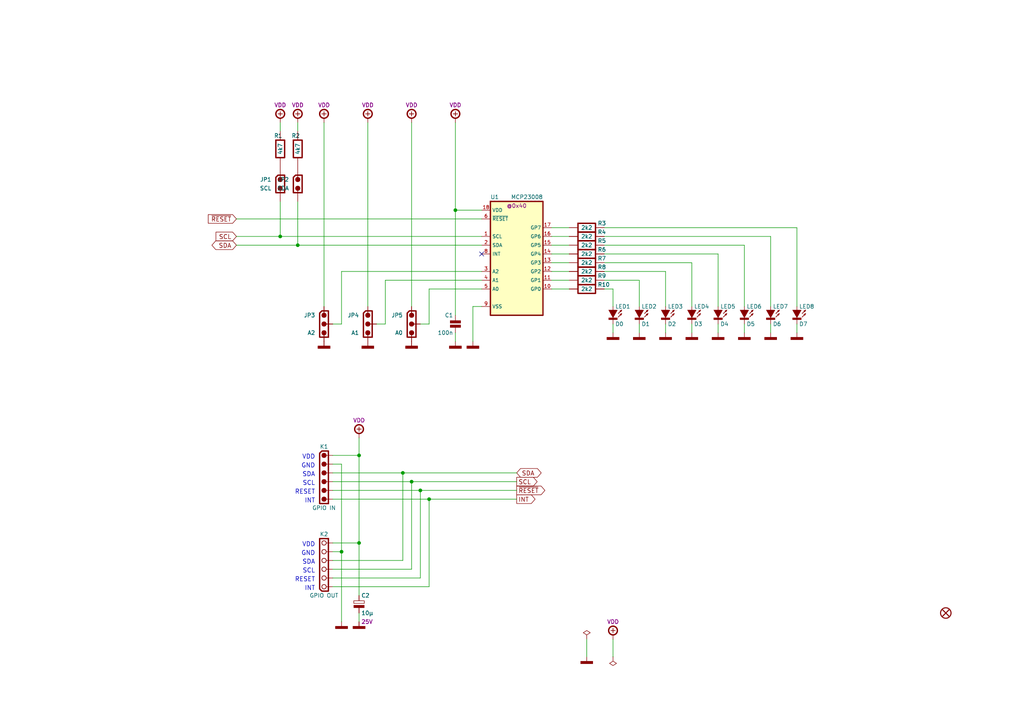
<source format=kicad_sch>
(kicad_sch (version 20250114) (generator "eeschema") (generator_version "9.0")
  (paper "A4")
  (title_block (title "GPIO - MCP23008-LED") (date "Q4/2024") (rev "A"))
  (lib_symbols
    (symbol "tronixio:+VDD" (power) (pin_numbers (hide yes)) (pin_names (offset 0) (hide yes))
      (property "Description" "VDD" (at 0 5.08 0))
      (symbol "+VDD_0_1"
        (polyline (pts (xy -0.635 2.54) (xy 0.635 2.54)) (stroke (width 0.2)))
        (circle (center 0 2.54) (radius 1.27) (stroke (width 0.4)))
        (polyline (pts (xy 0 1.905) (xy 0 3.175)) (stroke (width 0.2)))
      )
      (symbol "+VDD_1_1"
        (pin power_in line (at 0 0 90) (length 1.27) (name "~") (number "1"))
      )
    )
    (symbol "tronixio:3M-SJ5376" (pin_numbers (hide yes)) (pin_names (offset 0) (hide yes))
      (symbol "3M-SJ5376_0_1"
        (polyline (pts (xy -1.016 -1.016) (xy 1.016 1.016)) (stroke (width 0.3)))
        (circle (center 0 0) (radius 1.524) (stroke (width 0.3)))
        (polyline (pts (xy 1.016 -1.016) (xy -1.016 1.016)) (stroke (width 0.3)))
      )
    )
    (symbol "tronixio:CAPACITOR-1206-100N-50V-5P-X7R" (pin_numbers (hide yes)) (pin_names (offset 0) (hide yes))
      (property "Reference" "C" (at 0.635 2.54 0))
      (property "Value" "100n" (at 0.635 -2.54 0))
      (symbol "CAPACITOR-1206-100N-50V-5P-X7R_0_1"
        (rectangle (start -1.524 1.016) (end 1.524 0.254) (stroke (width 0.001)) (fill (type outline)))
        (rectangle (start -1.524 -0.254) (end 1.524 -1.016) (stroke (width 0.001)) (fill (type outline)))
      )
      (symbol "CAPACITOR-1206-100N-50V-5P-X7R_1_1"
        (pin passive line (at 0 2.54 270) (length 1.905) (name "~") (number "1"))
        (pin passive line (at 0 -2.54 90) (length 1.905) (name "~") (number "2"))
      )
    )
    (symbol "tronixio:CAPACITOR-TANTALUM-10U-25V-10P" (pin_numbers (hide yes)) (pin_names (offset 0) (hide yes))
      (property "Reference" "C" (at 0.635 2.54 0))
      (property "Value" "10µ" (at 0.635 -2.54 0))
      (property "Voltage" "25V" (at 0.635 -5.08 0))
      (symbol "CAPACITOR-TANTALUM-10U-25V-10P_0_1"
        (rectangle (start -1.524 1.016) (end 1.524 0.254) (stroke (width 0.1524)))
        (rectangle (start -1.524 -0.254) (end 1.524 -1.016) (stroke (width 0.001)) (fill (type outline)))
      )
      (symbol "CAPACITOR-TANTALUM-10U-25V-10P_1_1"
        (pin passive line (at 0 2.54 270) (length 1.5) (name "~") (number "1"))
        (pin passive line (at 0 -2.54 90) (length 1.905) (name "~") (number "2"))
      )
    )
    (symbol "tronixio:GND" (power) (pin_numbers (hide yes)) (pin_names (offset 0) (hide yes))
      (symbol "GND_0_1"
        (rectangle (start -1.778 -2.032) (end 1.778 -1.27) (stroke (width 0.001)) (fill (type outline)))
      )
      (symbol "GND_1_1"
        (pin power_in line (at 0 0 270) (length 1.27) (name "~") (number "1"))
      )
    )
    (symbol "tronixio:HARWIN-200-M-1X02-JUMPER-VERTICAL" (pin_numbers (hide yes)) (pin_names (offset 0) (hide yes))
      (property "Reference" "JP" (at 2.54 1.27 0))
      (property "Value" "HARWIN-200-M-1X02-JUMPER-VERTICAL" (at 2.54 -1.27 0))
      (symbol "HARWIN-200-M-1X02-JUMPER-VERTICAL_0_1"
        (polyline (pts (xy -1.27 -2.54) (xy 1.27 -2.54) (xy 1.27 1.905) (xy 0.635 2.54) (xy -1.27 2.54) (xy -1.27 -2.54)) (stroke (width 0.4)))
        (circle (center 0 1.27) (radius 0.635) (stroke (width 0.2)) (fill (type outline)))
        (circle (center 0 -1.27) (radius 0.635) (stroke (width 0.2)) (fill (type outline)))
      )
      (symbol "HARWIN-200-M-1X02-JUMPER-VERTICAL_1_1"
        (pin passive line (at 0 5.08 270) (length 3.175) (name "~") (number "1"))
        (pin passive line (at 0 -5.08 90) (length 3.175) (name "~") (number "2"))
      )
    )
    (symbol "tronixio:HARWIN-200-M-1X03-JUMPER-VERTICAL" (pin_numbers (hide yes)) (pin_names (offset 0) (hide yes))
      (property "Reference" "JP" (at 2.54 0 0))
      (property "Value" "M-1X03" (at 2.54 -5.08 0))
      (symbol "HARWIN-200-M-1X03-JUMPER-VERTICAL_0_1"
        (polyline (pts (xy -1.27 -6.35) (xy 1.27 -6.35) (xy 1.27 0.635) (xy 0.635 1.27) (xy -1.27 1.27) (xy -1.27 -6.35)) (stroke (width 0.4)))
        (circle (center 0 0) (radius 0.635) (stroke (width 0.2)) (fill (type outline)))
        (circle (center 0 -2.54) (radius 0.635) (stroke (width 0.2)) (fill (type outline)))
        (circle (center 0 -5.08) (radius 0.635) (stroke (width 0.2)) (fill (type outline)))
      )
      (symbol "HARWIN-200-M-1X03-JUMPER-VERTICAL_1_1"
        (pin passive line (at -2.54 -2.54 0) (length 1.905) (name "~") (number "2"))
        (pin passive line (at 0 2.54 270) (length 1.905) (name "~") (number "1"))
        (pin passive line (at 0 -7.62 90) (length 1.905) (name "~") (number "3"))
      )
    )
    (symbol "tronixio:HARWIN-254-M-1X06-RIGHT-ANGLE" (pin_numbers (hide yes)) (pin_names (offset 0) (hide yes))
      (property "Reference" "K" (at 0 2.54 0))
      (property "Value" "HARWIN-254-M-1X06-RIGHT-ANGLE" (at 0 -15.24 0))
      (symbol "HARWIN-254-M-1X06-RIGHT-ANGLE_0_1"
        (polyline (pts (xy -1.27 -13.97) (xy 1.27 -13.97) (xy 1.27 0.635) (xy 0.635 1.27) (xy -1.27 1.27) (xy -1.27 -13.97)) (stroke (width 0.4)))
        (circle (center 0 0) (radius 0.635) (stroke (width 0.2)) (fill (type outline)))
        (circle (center 0 -2.54) (radius 0.635) (stroke (width 0.2)) (fill (type outline)))
        (circle (center 0 -5.08) (radius 0.635) (stroke (width 0.2)) (fill (type outline)))
        (circle (center 0 -7.62) (radius 0.635) (stroke (width 0.2)) (fill (type outline)))
        (circle (center 0 -10.16) (radius 0.635) (stroke (width 0.2)) (fill (type outline)))
        (circle (center 0 -12.7) (radius 0.635) (stroke (width 0.2)) (fill (type outline)))
      )
      (symbol "HARWIN-254-M-1X06-RIGHT-ANGLE_1_1"
        (pin passive line (at -2.54 0 0) (length 1.905) (name "1") (number "1"))
        (pin passive line (at -2.54 -2.54 0) (length 1.905) (name "2") (number "2"))
        (pin passive line (at -2.54 -5.08 0) (length 1.905) (name "3") (number "3"))
        (pin passive line (at -2.54 -7.62 0) (length 1.905) (name "4") (number "4"))
        (pin passive line (at -2.54 -10.16 0) (length 1.905) (name "5") (number "5"))
        (pin passive line (at -2.54 -12.7 0) (length 1.905) (name "6") (number "6"))
      )
    )
    (symbol "tronixio:KINGBRIGHT-LED-1206-RED" (pin_numbers (hide yes)) (pin_names (offset 0) (hide yes))
      (property "Reference" "LED" (at 0 3.81 0))
      (property "Value" "RED" (at 0 -2.54 0))
      (symbol "KINGBRIGHT-LED-1206-RED_0_1"
        (rectangle (start -1.27 1.27) (end -0.762 -1.27) (stroke (width 0.001)) (fill (type outline)))
        (polyline (pts (xy -0.508 1.524) (xy 0.508 2.54) (xy 0.254 2.032) (xy 0 2.286) (xy 0.508 2.54)) (stroke (width 0.2)))
        (polyline (pts (xy 0.508 1.524) (xy 1.524 2.54) (xy 1.27 2.032) (xy 1.016 2.286) (xy 1.524 2.54)) (stroke (width 0.2)))
        (polyline (pts (xy 1.524 -1.27) (xy 1.524 1.27) (xy -0.762 0) (xy 1.524 -1.27)) (stroke (width 0.001)) (fill (type outline)))
      )
      (symbol "KINGBRIGHT-LED-1206-RED_1_1"
        (pin passive line (at -2.54 0 0) (length 1.27) (name "C") (number "1"))
        (pin passive line (at 2.54 0 180) (length 1.27) (name "A") (number "2"))
      )
    )
    (symbol "tronixio:MICROCHIP-MCP23008-SOIC" (pin_names (offset 0.5))
      (property "Reference" "U" (at 10.16 3.81 0))
      (property "Value" "MCP23008" (at 10.16 -31.75 0))
      (property "I2C" "@0x40" (at 10.16 1.27 0))
      (symbol "MICROCHIP-MCP23008-SOIC_0_1"
        (rectangle (start 2.54 2.54) (end 17.78 -30.48) (stroke (width 0.4)) (fill (type background)))
      )
      (symbol "MICROCHIP-MCP23008-SOIC_1_1"
        (pin power_in line (at 0 0 0) (length 2.54) (name "VDD") (number "18"))
        (pin input line (at 0 -2.54 0) (length 2.54) (name "~{RESET}") (number "6"))
        (pin input line (at 0 -7.62 0) (length 2.54) (name "SCL") (number "1"))
        (pin bidirectional line (at 0 -10.16 0) (length 2.54) (name "SDA") (number "2"))
        (pin output line (at 0 -12.7 0) (length 2.54) (name "INT") (number "8"))
        (pin input line (at 0 -17.78 0) (length 2.54) (name "A2") (number "3"))
        (pin input line (at 0 -20.32 0) (length 2.54) (name "A1") (number "4"))
        (pin input line (at 0 -22.86 0) (length 2.54) (name "A0") (number "5"))
        (pin no_connect line (at 0 -25.4 0) (length 2.54) (hide yes) (name "NC") (number "7"))
        (pin power_in line (at 0 -27.94 0) (length 2.54) (name "VSS") (number "9"))
        (pin bidirectional line (at 20.32 -5.08 180) (length 2.54) (name "GP7") (number "17"))
        (pin bidirectional line (at 20.32 -7.62 180) (length 2.54) (name "GP6") (number "16"))
        (pin bidirectional line (at 20.32 -10.16 180) (length 2.54) (name "GP5") (number "15"))
        (pin bidirectional line (at 20.32 -12.7 180) (length 2.54) (name "GP4") (number "14"))
        (pin bidirectional line (at 20.32 -15.24 180) (length 2.54) (name "GP3") (number "13"))
        (pin bidirectional line (at 20.32 -17.78 180) (length 2.54) (name "GP2") (number "12"))
        (pin bidirectional line (at 20.32 -20.32 180) (length 2.54) (name "GP1") (number "11"))
        (pin bidirectional line (at 20.32 -22.86 180) (length 2.54) (name "GP0") (number "10"))
      )
    )
    (symbol "tronixio:POWER-FLAG" (power) (pin_numbers (hide yes)) (pin_names (offset 0) (hide yes))
      (symbol "POWER-FLAG_0_0"
        (pin power_out line (at 0 0 90) (length 0) (name "pwr") (number "1"))
      )
      (symbol "POWER-FLAG_0_1"
        (polyline (pts (xy 0 0) (xy 0 1.27) (xy -1.016 1.905) (xy 0 2.54) (xy 1.016 1.905) (xy 0 1.27)))
      )
    )
    (symbol "tronixio:RESISTOR-1206-2K2-5P" (pin_numbers (hide yes)) (pin_names (offset 0) (hide yes))
      (property "Reference" "R" (at 0.635 3.81 0))
      (property "Value" "2k2" (at 0 0 90))
      (symbol "RESISTOR-1206-2K2-5P_0_1"
        (rectangle (start -1.27 -2.54) (end 1.27 2.54) (stroke (width 0.4)))
      )
      (symbol "RESISTOR-1206-2K2-5P_1_1"
        (pin passive line (at 0 5.08 270) (length 2.54) (name "~") (number "1"))
        (pin passive line (at 0 -5.08 90) (length 2.54) (name "~") (number "2"))
      )
    )
    (symbol "tronixio:RESISTOR-1206-4K7-5P" (pin_numbers (hide yes)) (pin_names (offset 0) (hide yes))
      (property "Reference" "R" (at 0.635 3.81 0))
      (property "Value" "4k7" (at 0 0 90))
      (symbol "RESISTOR-1206-4K7-5P_0_1"
        (rectangle (start -1.27 -2.54) (end 1.27 2.54) (stroke (width 0.4)))
      )
      (symbol "RESISTOR-1206-4K7-5P_1_1"
        (pin passive line (at 0 5.08 270) (length 2.54) (name "~") (number "1"))
        (pin passive line (at 0 -5.08 90) (length 2.54) (name "~") (number "2"))
      )
    )
    (symbol "tronixio:SAMTEC-254-F-1X06-RIGHT-ANGLE" (pin_numbers (hide yes)) (pin_names (offset 0) (hide yes))
      (property "Reference" "K" (at 0 2.54 0))
      (property "Value" "SAMTEC-SSW-106-02-T-S-RA" (at 0 -15.24 0))
      (symbol "SAMTEC-254-F-1X06-RIGHT-ANGLE_0_1"
        (polyline (pts (xy -1.27 -13.97) (xy 1.27 -13.97) (xy 1.27 0.635) (xy 0.635 1.27) (xy -1.27 1.27) (xy -1.27 -13.97)) (stroke (width 0.4)))
        (circle (center 0 0) (radius 0.635) (stroke (width 0.2)))
        (circle (center 0 -2.54) (radius 0.635) (stroke (width 0.2)))
        (circle (center 0 -5.08) (radius 0.635) (stroke (width 0.2)))
        (circle (center 0 -7.62) (radius 0.635) (stroke (width 0.2)))
        (circle (center 0 -10.16) (radius 0.635) (stroke (width 0.2)))
        (circle (center 0 -12.7) (radius 0.635) (stroke (width 0.2)))
      )
      (symbol "SAMTEC-254-F-1X06-RIGHT-ANGLE_1_1"
        (pin passive line (at -2.54 0 0) (length 1.905) (name "1") (number "1"))
        (pin passive line (at -2.54 -2.54 0) (length 1.905) (name "2") (number "2"))
        (pin passive line (at -2.54 -5.08 0) (length 1.905) (name "3") (number "3"))
        (pin passive line (at -2.54 -7.62 0) (length 1.905) (name "4") (number "4"))
        (pin passive line (at -2.54 -10.16 0) (length 1.905) (name "5") (number "5"))
        (pin passive line (at -2.54 -12.7 0) (length 1.905) (name "6") (number "6"))
      )
    )
  )
  (text "SCL" (at 91.44 166.37 0) (effects (font (size 1.27 1.27)) (justify right bottom)))
  (text "SCL" (at 91.44 140.97 0) (effects (font (size 1.27 1.27)) (justify right bottom)))
  (text "RESET" (at 91.44 168.91 0) (effects (font (size 1.27 1.27)) (justify right bottom)))
  (text "INT" (at 91.44 146.05 0) (effects (font (size 1.27 1.27)) (justify right bottom)))
  (text "GND" (at 91.44 161.29 0) (effects (font (size 1.27 1.27)) (justify right bottom)))
  (text "VDD" (at 91.44 133.35 0) (effects (font (size 1.27 1.27)) (justify right bottom)))
  (text "SDA" (at 91.44 138.43 0) (effects (font (size 1.27 1.27)) (justify right bottom)))
  (text "SDA" (at 91.44 163.83 0) (effects (font (size 1.27 1.27)) (justify right bottom)))
  (text "RESET" (at 91.44 143.51 0) (effects (font (size 1.27 1.27)) (justify right bottom)))
  (text "GND" (at 91.44 135.89 0) (effects (font (size 1.27 1.27)) (justify right bottom)))
  (text "INT" (at 91.44 171.45 0) (effects (font (size 1.27 1.27)) (justify right bottom)))
  (text "VDD" (at 91.44 158.75 0) (effects (font (size 1.27 1.27)) (justify right bottom)))
  (junction (at 86.36 71.12))
  (junction (at 104.14 157.48))
  (junction (at 119.38 139.7))
  (junction (at 132.08 60.96))
  (junction (at 116.84 137.16))
  (junction (at 104.14 132.08))
  (junction (at 121.92 142.24))
  (junction (at 81.28 68.58))
  (junction (at 124.46 144.78))
  (junction (at 99.06 160.02))
  (no_connect (at 139.7 73.66))
  (wire (pts (xy 96.52 93.98) (xy 99.06 93.98)))
  (wire (pts (xy 96.52 170.18) (xy 124.46 170.18)))
  (wire (pts (xy 111.76 93.98) (xy 111.76 81.28)))
  (wire (pts (xy 175.26 81.28) (xy 185.42 81.28)))
  (wire (pts (xy 68.58 63.5) (xy 139.7 63.5)))
  (wire (pts (xy 96.52 165.1) (xy 119.38 165.1)))
  (wire (pts (xy 137.16 88.9) (xy 137.16 99.06)))
  (wire (pts (xy 132.08 35.56) (xy 132.08 60.96)))
  (wire (pts (xy 68.58 68.58) (xy 81.28 68.58)))
  (wire (pts (xy 96.52 162.56) (xy 116.84 162.56)))
  (wire (pts (xy 111.76 81.28) (xy 139.7 81.28)))
  (wire (pts (xy 99.06 93.98) (xy 99.06 78.74)))
  (wire (pts (xy 177.8 185.42) (xy 177.8 190.5)))
  (wire (pts (xy 119.38 35.56) (xy 119.38 88.9)))
  (wire (pts (xy 223.52 96.52) (xy 223.52 93.98)))
  (wire (pts (xy 119.38 165.1) (xy 119.38 139.7)))
  (wire (pts (xy 86.36 35.56) (xy 86.36 38.1)))
  (wire (pts (xy 96.52 137.16) (xy 116.84 137.16)))
  (wire (pts (xy 99.06 78.74) (xy 139.7 78.74)))
  (wire (pts (xy 193.04 78.74) (xy 193.04 88.9)))
  (wire (pts (xy 81.28 58.42) (xy 81.28 68.58)))
  (wire (pts (xy 68.58 71.12) (xy 86.36 71.12)))
  (wire (pts (xy 193.04 96.52) (xy 193.04 93.98)))
  (wire (pts (xy 160.02 81.28) (xy 165.1 81.28)))
  (wire (pts (xy 175.26 71.12) (xy 215.9 71.12)))
  (wire (pts (xy 104.14 132.08) (xy 104.14 127)))
  (wire (pts (xy 160.02 66.04) (xy 165.1 66.04)))
  (wire (pts (xy 81.28 68.58) (xy 139.7 68.58)))
  (wire (pts (xy 132.08 60.96) (xy 132.08 91.44)))
  (wire (pts (xy 96.52 160.02) (xy 99.06 160.02)))
  (wire (pts (xy 185.42 81.28) (xy 185.42 88.9)))
  (wire (pts (xy 160.02 78.74) (xy 165.1 78.74)))
  (wire (pts (xy 200.66 76.2) (xy 200.66 88.9)))
  (wire (pts (xy 175.26 73.66) (xy 208.28 73.66)))
  (wire (pts (xy 121.92 142.24) (xy 149.86 142.24)))
  (wire (pts (xy 96.52 139.7) (xy 119.38 139.7)))
  (wire (pts (xy 96.52 157.48) (xy 104.14 157.48)))
  (wire (pts (xy 160.02 68.58) (xy 165.1 68.58)))
  (wire (pts (xy 104.14 180.34) (xy 104.14 177.8)))
  (wire (pts (xy 124.46 83.82) (xy 139.7 83.82)))
  (wire (pts (xy 185.42 96.52) (xy 185.42 93.98)))
  (wire (pts (xy 177.8 96.52) (xy 177.8 93.98)))
  (wire (pts (xy 215.9 71.12) (xy 215.9 88.9)))
  (wire (pts (xy 175.26 78.74) (xy 193.04 78.74)))
  (wire (pts (xy 175.26 66.04) (xy 231.14 66.04)))
  (wire (pts (xy 99.06 160.02) (xy 99.06 180.34)))
  (wire (pts (xy 106.68 35.56) (xy 106.68 88.9)))
  (wire (pts (xy 175.26 76.2) (xy 200.66 76.2)))
  (wire (pts (xy 119.38 139.7) (xy 149.86 139.7)))
  (wire (pts (xy 139.7 88.9) (xy 137.16 88.9)))
  (wire (pts (xy 96.52 132.08) (xy 104.14 132.08)))
  (wire (pts (xy 160.02 76.2) (xy 165.1 76.2)))
  (wire (pts (xy 208.28 96.52) (xy 208.28 93.98)))
  (wire (pts (xy 231.14 96.52) (xy 231.14 93.98)))
  (wire (pts (xy 104.14 132.08) (xy 104.14 157.48)))
  (wire (pts (xy 86.36 58.42) (xy 86.36 71.12)))
  (wire (pts (xy 116.84 137.16) (xy 149.86 137.16)))
  (wire (pts (xy 132.08 99.06) (xy 132.08 96.52)))
  (wire (pts (xy 99.06 134.62) (xy 99.06 160.02)))
  (wire (pts (xy 177.8 83.82) (xy 177.8 88.9)))
  (wire (pts (xy 109.22 93.98) (xy 111.76 93.98)))
  (wire (pts (xy 175.26 68.58) (xy 223.52 68.58)))
  (wire (pts (xy 160.02 71.12) (xy 165.1 71.12)))
  (wire (pts (xy 96.52 144.78) (xy 124.46 144.78)))
  (wire (pts (xy 81.28 35.56) (xy 81.28 38.1)))
  (wire (pts (xy 160.02 83.82) (xy 165.1 83.82)))
  (wire (pts (xy 124.46 170.18) (xy 124.46 144.78)))
  (wire (pts (xy 132.08 60.96) (xy 139.7 60.96)))
  (wire (pts (xy 208.28 73.66) (xy 208.28 88.9)))
  (wire (pts (xy 124.46 144.78) (xy 149.86 144.78)))
  (wire (pts (xy 223.52 68.58) (xy 223.52 88.9)))
  (wire (pts (xy 170.18 185.42) (xy 170.18 190.5)))
  (wire (pts (xy 200.66 96.52) (xy 200.66 93.98)))
  (wire (pts (xy 86.36 71.12) (xy 139.7 71.12)))
  (wire (pts (xy 231.14 66.04) (xy 231.14 88.9)))
  (wire (pts (xy 215.9 96.52) (xy 215.9 93.98)))
  (wire (pts (xy 96.52 167.64) (xy 121.92 167.64)))
  (wire (pts (xy 93.98 35.56) (xy 93.98 88.9)))
  (wire (pts (xy 124.46 93.98) (xy 124.46 83.82)))
  (wire (pts (xy 121.92 93.98) (xy 124.46 93.98)))
  (wire (pts (xy 175.26 83.82) (xy 177.8 83.82)))
  (wire (pts (xy 116.84 162.56) (xy 116.84 137.16)))
  (wire (pts (xy 96.52 142.24) (xy 121.92 142.24)))
  (wire (pts (xy 160.02 73.66) (xy 165.1 73.66)))
  (wire (pts (xy 121.92 167.64) (xy 121.92 142.24)))
  (wire (pts (xy 96.52 134.62) (xy 99.06 134.62)))
  (wire (pts (xy 104.14 157.48) (xy 104.14 172.72)))
  (global_label "SDA" (shape bidirectional) (at 149.86 137.16 0) (property "Intersheetrefs" "${INTERSHEET_REFS}" (effects (hide yes))))
  (global_label "SDA" (shape bidirectional) (at 68.58 71.12 180) (property "Intersheetrefs" "${INTERSHEET_REFS}" (effects (hide yes))))
  (global_label "~{RESET}" (shape output) (at 149.86 142.24 0) (property "Intersheetrefs" "${INTERSHEET_REFS}" (effects (hide yes))))
  (global_label "INT" (shape output) (at 149.86 144.78 0) (property "Intersheetrefs" "${INTERSHEET_REFS}" (effects (hide yes))))
  (global_label "SCL" (shape input) (at 68.58 68.58 180) (property "Intersheetrefs" "${INTERSHEET_REFS}" (effects (hide yes))))
  (global_label "~{RESET}" (shape input) (at 68.58 63.5 180) (property "Intersheetrefs" "${INTERSHEET_REFS}" (effects (hide yes))))
  (global_label "SCL" (shape output) (at 149.86 139.7 0) (property "Intersheetrefs" "${INTERSHEET_REFS}" (effects (hide yes))))
  (symbol (lib_id "tronixio:GND") (at 93.98 99.06 0) (unit 1)
    (property "Reference" "#PWR015" (effects (hide yes)))
    (property "Value" "POWER-GND" (effects (hide yes)))
    (property "Description" "GND" (effects (hide yes)))
  )
  (symbol (lib_id "tronixio:SAMTEC-254-F-1X06-RIGHT-ANGLE") (at 93.98 170.18 180) (unit 1)
    (property "Reference" "K2" (at 93.98 154.94 0) (effects (font (size 1.15 1.15))))
    (property "Value" "GPIO OUT" (at 93.98 172.72 0) (effects (font (size 1.15 1.15))))
    (property "Footprint" "tronixio:SAMTEC-SSW-106-02-T-S-RA" (effects (hide yes)))
    (property "Datasheet" "http://suddendocs.samtec.com/catalog_english/ssw_th.pdf" (effects (hide yes)))
    (property "Mouser" "200-SSW10603TSRA" (effects (hide yes)))
    (property "Name" "SAMTEC-SSW-106-02-T-S-RA" (effects (hide yes)))
  )
  (symbol (lib_id "tronixio:GND") (at 104.14 180.34 0) (unit 1)
    (property "Reference" "#PWR022" (effects (hide yes)))
    (property "Value" "POWER-GND" (effects (hide yes)))
    (property "Description" "GND" (effects (hide yes)))
  )
  (symbol (lib_id "tronixio:+VDD") (at 106.68 35.56 0) (unit 1)
    (property "Reference" "#PWR04" (effects (hide yes)))
    (property "Value" "POWER-VBAT" (effects (hide yes)))
    (property "Description" "VDD" (at 106.68 30.48 0) (effects (font (size 1.15 1.15))))
    (property "Name" "VDD" (at 106.68 30.48 0) (effects (font (size 1.15 1.15))))
  )
  (symbol (lib_id "tronixio:RESISTOR-1206-2K2-5P") (at 170.18 68.58 90) (unit 1)
    (property "Reference" "R4" (at 173.355 67.31 90) (effects (font (size 1.15 1.15)) (justify right)))
    (property "Value" "2k2" (at 170.18 68.58 90) (effects (font (size 1.15 1.15))))
    (property "Footprint" "tronixio:RESISTOR-SMD-1206" (effects (hide yes)))
    (property "Description" "Resistor" (effects (hide yes)))
    (property "Tolerance" "5%" (effects (hide yes)))
    (property "Mouser" "660-RK73B2BTTDD222J" (effects (hide yes)))
  )
  (symbol (lib_id "tronixio:RESISTOR-1206-2K2-5P") (at 170.18 73.66 90) (unit 1)
    (property "Reference" "R6" (at 173.355 72.39 90) (effects (font (size 1.15 1.15)) (justify right)))
    (property "Value" "2k2" (at 170.18 73.66 90) (effects (font (size 1.15 1.15))))
    (property "Footprint" "tronixio:RESISTOR-SMD-1206" (effects (hide yes)))
    (property "Description" "Resistor" (effects (hide yes)))
    (property "Tolerance" "5%" (effects (hide yes)))
    (property "Mouser" "660-RK73B2BTTDD222J" (effects (hide yes)))
  )
  (symbol (lib_id "tronixio:HARWIN-200-M-1X02-JUMPER-VERTICAL") (at 86.36 53.34 0) (mirror y) (unit 1)
    (property "Reference" "JP2" (at 83.82 52.07 0) (effects (font (size 1.15 1.15)) (justify left)))
    (property "Value" "SDA" (at 83.82 54.61 0) (effects (font (size 1.15 1.15)) (justify left)))
    (property "Footprint" "tronixio:HARWIN-M22-25102xx" (effects (hide yes)))
    (property "Datasheet" "https://www.harwin.com/products/M22-2510246/" (effects (hide yes)))
    (property "Description" "M22 Series - 2.00mm Pitch PCB Connector" (effects (hide yes)))
    (property "Mouser" "855-M22-25102" (effects (hide yes)))
  )
  (symbol (lib_id "tronixio:GND") (at 223.52 96.52 0) (unit 1)
    (property "Reference" "#PWR013" (effects (hide yes)))
    (property "Value" "POWER-GND" (effects (hide yes)))
    (property "Description" "GND" (effects (hide yes)))
  )
  (symbol (lib_id "tronixio:HARWIN-200-M-1X03-JUMPER-VERTICAL") (at 93.98 91.44 0) (mirror y) (unit 1)
    (property "Reference" "JP3" (at 91.44 91.44 0) (effects (font (size 1.15 1.15)) (justify left)))
    (property "Value" "A2" (at 91.44 96.52 0) (effects (font (size 1.15 1.15)) (justify left)))
    (property "Footprint" "tronixio:HARWIN-M22-25103xx" (effects (hide yes)))
    (property "Datasheet" "https://www.harwin.com/products/M22-2510346/" (effects (hide yes)))
    (property "Description" "M22 Series - 2.00mm Pitch PCB Connector" (effects (hide yes)))
    (property "Mouser" "855-M22-25103" (effects (hide yes)))
  )
  (symbol (lib_id "tronixio:+VDD") (at 81.28 35.56 0) (unit 1)
    (property "Reference" "#PWR01" (effects (hide yes)))
    (property "Value" "POWER-VBAT" (effects (hide yes)))
    (property "Description" "VDD" (at 81.28 30.48 0) (effects (font (size 1.15 1.15))))
    (property "Name" "VDD" (at 81.28 30.48 0) (effects (font (size 1.15 1.15))))
  )
  (symbol (lib_id "tronixio:RESISTOR-1206-2K2-5P") (at 170.18 66.04 90) (unit 1)
    (property "Reference" "R3" (at 173.355 64.77 90) (effects (font (size 1.15 1.15)) (justify right)))
    (property "Value" "2k2" (at 170.18 66.04 90) (effects (font (size 1.15 1.15))))
    (property "Footprint" "tronixio:RESISTOR-SMD-1206" (effects (hide yes)))
    (property "Description" "Resistor" (effects (hide yes)))
    (property "Tolerance" "5%" (effects (hide yes)))
    (property "Mouser" "660-RK73B2BTTDD222J" (effects (hide yes)))
  )
  (symbol (lib_id "tronixio:RESISTOR-1206-2K2-5P") (at 170.18 81.28 90) (unit 1)
    (property "Reference" "R9" (at 173.355 80.01 90) (effects (font (size 1.15 1.15)) (justify right)))
    (property "Value" "2k2" (at 170.18 81.28 90) (effects (font (size 1.15 1.15))))
    (property "Footprint" "tronixio:RESISTOR-SMD-1206" (effects (hide yes)))
    (property "Description" "Resistor" (effects (hide yes)))
    (property "Tolerance" "5%" (effects (hide yes)))
    (property "Mouser" "660-RK73B2BTTDD222J" (effects (hide yes)))
  )
  (symbol (lib_id "tronixio:GND") (at 106.68 99.06 0) (unit 1)
    (property "Reference" "#PWR016" (effects (hide yes)))
    (property "Value" "POWER-GND" (effects (hide yes)))
    (property "Description" "GND" (effects (hide yes)))
  )
  (symbol (lib_id "tronixio:GND") (at 193.04 96.52 0) (unit 1)
    (property "Reference" "#PWR09" (effects (hide yes)))
    (property "Value" "POWER-GND" (effects (hide yes)))
    (property "Description" "GND" (effects (hide yes)))
  )
  (symbol (lib_id "tronixio:POWER-FLAG") (at 170.18 185.42 0) (unit 1)
    (property "Reference" "#FLG01" (effects (hide yes)))
    (property "Value" "POWER-FLAG" (effects (hide yes)))
    (property "Description" "Special symbol for telling ERC where power comes from" (effects (hide yes)))
  )
  (symbol (lib_id "tronixio:POWER-FLAG") (at 177.8 190.5 180) (unit 1)
    (property "Reference" "#FLG02" (effects (hide yes)))
    (property "Value" "POWER-FLAG" (effects (hide yes)))
    (property "Description" "Special symbol for telling ERC where power comes from" (effects (hide yes)))
  )
  (symbol (lib_id "tronixio:KINGBRIGHT-LED-1206-RED") (at 200.66 91.44 270) (mirror x) (unit 1)
    (property "Reference" "LED4" (at 201.295 88.9 90) (effects (font (size 1.15 1.15)) (justify left)))
    (property "Value" "D3" (at 201.295 93.98 90) (effects (font (size 1.15 1.15)) (justify left)))
    (property "Footprint" "tronixio:LED-SMD-1206" (effects (hide yes)))
    (property "Datasheet" "http://www.kingbrightusa.com/images/catalog/SPEC/APT3216LSECK-J3-PRV.pdf" (effects (hide yes)))
    (property "Description" "Light Emitting Diode" (effects (hide yes)))
    (property "Mouser" "604-APT3216LSECKJ3RV" (effects (hide yes)))
    (property "Name" "KINGBRIGHT-LED-1206-RED" (effects (hide yes)))
  )
  (symbol (lib_id "tronixio:KINGBRIGHT-LED-1206-RED") (at 177.8 91.44 270) (mirror x) (unit 1)
    (property "Reference" "LED1" (at 178.435 88.9 90) (effects (font (size 1.15 1.15)) (justify left)))
    (property "Value" "D0" (at 178.435 93.98 90) (effects (font (size 1.15 1.15)) (justify left)))
    (property "Footprint" "tronixio:LED-SMD-1206" (effects (hide yes)))
    (property "Datasheet" "http://www.kingbrightusa.com/images/catalog/SPEC/APT3216LSECK-J3-PRV.pdf" (effects (hide yes)))
    (property "Description" "Light Emitting Diode" (effects (hide yes)))
    (property "Mouser" "604-APT3216LSECKJ3RV" (effects (hide yes)))
    (property "Name" "KINGBRIGHT-LED-1206-RED" (effects (hide yes)))
  )
  (symbol (lib_id "tronixio:MICROCHIP-MCP23008-SOIC") (at 139.7 60.96 0) (unit 1)
    (property "Reference" "U1" (at 142.24 57.15 0) (effects (font (size 1.15 1.15)) (justify left)))
    (property "Value" "MCP23008" (at 157.48 57.15 0) (effects (font (size 1.15 1.15)) (justify right)))
    (property "Footprint" "tronixio:SOIC-18W" (effects (hide yes)))
    (property "Datasheet" "https://www.microchip.com/en-us/product/mcp23008" (effects (hide yes)))
    (property "Description" "8-Bit I/O Expander with Serial Interface" (effects (hide yes)))
    (property "Mouser" "579-MCP23008-E/SO" (effects (hide yes)))
    (property "I2C" "@0x40" (at 149.86 59.69 0) (effects (font (size 1.15 1.15))))
  )
  (symbol (lib_id "tronixio:GND") (at 185.42 96.52 0) (unit 1)
    (property "Reference" "#PWR08" (effects (hide yes)))
    (property "Value" "POWER-GND" (effects (hide yes)))
    (property "Description" "GND" (effects (hide yes)))
  )
  (symbol (lib_id "tronixio:+VDD") (at 132.08 35.56 0) (unit 1)
    (property "Reference" "#PWR06" (effects (hide yes)))
    (property "Value" "POWER-VBAT" (effects (hide yes)))
    (property "Description" "VDD" (at 132.08 30.48 0) (effects (font (size 1.15 1.15))))
    (property "Name" "VDD" (at 132.08 30.48 0) (effects (font (size 1.15 1.15))))
  )
  (symbol (lib_id "tronixio:RESISTOR-1206-2K2-5P") (at 170.18 78.74 90) (unit 1)
    (property "Reference" "R8" (at 173.355 77.47 90) (effects (font (size 1.15 1.15)) (justify right)))
    (property "Value" "2k2" (at 170.18 78.74 90) (effects (font (size 1.15 1.15))))
    (property "Footprint" "tronixio:RESISTOR-SMD-1206" (effects (hide yes)))
    (property "Description" "Resistor" (effects (hide yes)))
    (property "Tolerance" "5%" (effects (hide yes)))
    (property "Mouser" "660-RK73B2BTTDD222J" (effects (hide yes)))
  )
  (symbol (lib_id "tronixio:KINGBRIGHT-LED-1206-RED") (at 185.42 91.44 270) (mirror x) (unit 1)
    (property "Reference" "LED2" (at 186.055 88.9 90) (effects (font (size 1.15 1.15)) (justify left)))
    (property "Value" "D1" (at 186.055 93.98 90) (effects (font (size 1.15 1.15)) (justify left)))
    (property "Footprint" "tronixio:LED-SMD-1206" (effects (hide yes)))
    (property "Datasheet" "http://www.kingbrightusa.com/images/catalog/SPEC/APT3216LSECK-J3-PRV.pdf" (effects (hide yes)))
    (property "Description" "Light Emitting Diode" (effects (hide yes)))
    (property "Mouser" "604-APT3216LSECKJ3RV" (effects (hide yes)))
    (property "Name" "KINGBRIGHT-LED-1206-RED" (effects (hide yes)))
  )
  (symbol (lib_id "tronixio:RESISTOR-1206-4K7-5P") (at 81.28 43.18 0) (unit 1)
    (property "Reference" "R1" (at 81.915 39.37 0) (effects (font (size 1.15 1.15)) (justify right)))
    (property "Value" "4k7" (at 81.28 43.18 90) (effects (font (size 1.15 1.15))))
    (property "Footprint" "tronixio:RESISTOR-SMD-1206" (effects (hide yes)))
    (property "Description" "Resistor" (effects (hide yes)))
    (property "Tolerance" "5%" (effects (hide yes)))
    (property "Mouser" "660-RK73B2BTTDD472J" (effects (hide yes)))
  )
  (symbol (lib_id "tronixio:GND") (at 231.14 96.52 0) (unit 1)
    (property "Reference" "#PWR014" (effects (hide yes)))
    (property "Value" "POWER-GND" (effects (hide yes)))
    (property "Description" "GND" (effects (hide yes)))
  )
  (symbol (lib_id "tronixio:HARWIN-200-M-1X03-JUMPER-VERTICAL") (at 106.68 91.44 0) (mirror y) (unit 1)
    (property "Reference" "JP4" (at 104.14 91.44 0) (effects (font (size 1.15 1.15)) (justify left)))
    (property "Value" "A1" (at 104.14 96.52 0) (effects (font (size 1.15 1.15)) (justify left)))
    (property "Footprint" "tronixio:HARWIN-M22-25103xx" (effects (hide yes)))
    (property "Datasheet" "https://www.harwin.com/products/M22-2510346/" (effects (hide yes)))
    (property "Description" "M22 Series - 2.00mm Pitch PCB Connector" (effects (hide yes)))
    (property "Mouser" "855-M22-25103" (effects (hide yes)))
  )
  (symbol (lib_id "tronixio:KINGBRIGHT-LED-1206-RED") (at 215.9 91.44 270) (mirror x) (unit 1)
    (property "Reference" "LED6" (at 216.535 88.9 90) (effects (font (size 1.15 1.15)) (justify left)))
    (property "Value" "D5" (at 216.535 93.98 90) (effects (font (size 1.15 1.15)) (justify left)))
    (property "Footprint" "tronixio:LED-SMD-1206" (effects (hide yes)))
    (property "Datasheet" "http://www.kingbrightusa.com/images/catalog/SPEC/APT3216LSECK-J3-PRV.pdf" (effects (hide yes)))
    (property "Description" "Light Emitting Diode" (effects (hide yes)))
    (property "Mouser" "604-APT3216LSECKJ3RV" (effects (hide yes)))
    (property "Name" "KINGBRIGHT-LED-1206-RED" (effects (hide yes)))
  )
  (symbol (lib_id "tronixio:RESISTOR-1206-2K2-5P") (at 170.18 76.2 90) (unit 1)
    (property "Reference" "R7" (at 173.355 74.93 90) (effects (font (size 1.15 1.15)) (justify right)))
    (property "Value" "2k2" (at 170.18 76.2 90) (effects (font (size 1.15 1.15))))
    (property "Footprint" "tronixio:RESISTOR-SMD-1206" (effects (hide yes)))
    (property "Description" "Resistor" (effects (hide yes)))
    (property "Tolerance" "5%" (effects (hide yes)))
    (property "Mouser" "660-RK73B2BTTDD222J" (effects (hide yes)))
  )
  (symbol (lib_id "tronixio:+VDD") (at 86.36 35.56 0) (unit 1)
    (property "Reference" "#PWR02" (effects (hide yes)))
    (property "Value" "POWER-VBAT" (effects (hide yes)))
    (property "Description" "VDD" (at 86.36 30.48 0) (effects (font (size 1.15 1.15))))
    (property "Name" "VDD" (at 86.36 30.48 0) (effects (font (size 1.15 1.15))))
  )
  (symbol (lib_id "tronixio:CAPACITOR-1206-100N-50V-5P-X7R") (at 132.08 93.98 0) (unit 1)
    (property "Reference" "C1" (at 131.445 91.44 0) (effects (font (size 1.15 1.15)) (justify right)))
    (property "Value" "100n" (at 131.445 96.52 0) (effects (font (size 1.15 1.15)) (justify right)))
    (property "Footprint" "tronixio:CAPACITOR-SMD-1206" (effects (hide yes)))
    (property "Datasheet" "https://content.kemet.com/datasheets/KEM_C1090_X7R_ESD.pdf" (effects (hide yes)))
    (property "Description" "Unpolarized Capacitor" (effects (hide yes)))
    (property "Voltage" "50V" (effects (hide yes)))
    (property "Tolerance" "5%" (effects (hide yes)))
    (property "Mouser" "80-C1206C104J5R" (effects (hide yes)))
    (property "Name" "CAPACITOR-1206-100N" (effects (hide yes)))
  )
  (symbol (lib_id "tronixio:GND") (at 215.9 96.52 0) (unit 1)
    (property "Reference" "#PWR012" (effects (hide yes)))
    (property "Value" "POWER-GND" (effects (hide yes)))
    (property "Description" "GND" (effects (hide yes)))
  )
  (symbol (lib_id "tronixio:HARWIN-200-M-1X03-JUMPER-VERTICAL") (at 119.38 91.44 0) (mirror y) (unit 1)
    (property "Reference" "JP5" (at 116.84 91.44 0) (effects (font (size 1.15 1.15)) (justify left)))
    (property "Value" "A0" (at 116.84 96.52 0) (effects (font (size 1.15 1.15)) (justify left)))
    (property "Footprint" "tronixio:HARWIN-M22-25103xx" (effects (hide yes)))
    (property "Datasheet" "https://www.harwin.com/products/M22-2510346/" (effects (hide yes)))
    (property "Description" "M22 Series - 2.00mm Pitch PCB Connector" (effects (hide yes)))
    (property "Mouser" "855-M22-25103" (effects (hide yes)))
  )
  (symbol (lib_id "tronixio:RESISTOR-1206-2K2-5P") (at 170.18 71.12 90) (unit 1)
    (property "Reference" "R5" (at 173.355 69.85 90) (effects (font (size 1.15 1.15)) (justify right)))
    (property "Value" "2k2" (at 170.18 71.12 90) (effects (font (size 1.15 1.15))))
    (property "Footprint" "tronixio:RESISTOR-SMD-1206" (effects (hide yes)))
    (property "Description" "Resistor" (effects (hide yes)))
    (property "Tolerance" "5%" (effects (hide yes)))
    (property "Mouser" "660-RK73B2BTTDD222J" (effects (hide yes)))
  )
  (symbol (lib_id "tronixio:KINGBRIGHT-LED-1206-RED") (at 231.14 91.44 270) (mirror x) (unit 1)
    (property "Reference" "LED8" (at 231.775 88.9 90) (effects (font (size 1.15 1.15)) (justify left)))
    (property "Value" "D7" (at 231.775 93.98 90) (effects (font (size 1.15 1.15)) (justify left)))
    (property "Footprint" "tronixio:LED-SMD-1206" (effects (hide yes)))
    (property "Datasheet" "http://www.kingbrightusa.com/images/catalog/SPEC/APT3216LSECK-J3-PRV.pdf" (effects (hide yes)))
    (property "Description" "Light Emitting Diode" (effects (hide yes)))
    (property "Mouser" "604-APT3216LSECKJ3RV" (effects (hide yes)))
    (property "Name" "KINGBRIGHT-LED-1206-RED" (effects (hide yes)))
  )
  (symbol (lib_id "tronixio:GND") (at 119.38 99.06 0) (unit 1)
    (property "Reference" "#PWR017" (effects (hide yes)))
    (property "Value" "POWER-GND" (effects (hide yes)))
    (property "Description" "GND" (effects (hide yes)))
  )
  (symbol (lib_id "tronixio:HARWIN-200-M-1X02-JUMPER-VERTICAL") (at 81.28 53.34 0) (mirror y) (unit 1)
    (property "Reference" "JP1" (at 78.74 52.07 0) (effects (font (size 1.15 1.15)) (justify left)))
    (property "Value" "SCL" (at 78.74 54.61 0) (effects (font (size 1.15 1.15)) (justify left)))
    (property "Footprint" "tronixio:HARWIN-M22-25102xx" (effects (hide yes)))
    (property "Datasheet" "https://www.harwin.com/products/M22-2510246/" (effects (hide yes)))
    (property "Description" "M22 Series - 2.00mm Pitch PCB Connector" (effects (hide yes)))
    (property "Mouser" "855-M22-25102" (effects (hide yes)))
  )
  (symbol (lib_id "tronixio:HARWIN-254-M-1X06-RIGHT-ANGLE") (at 93.98 132.08 0) (mirror y) (unit 1)
    (property "Reference" "K1" (at 93.98 129.54 0) (effects (font (size 1.15 1.15))))
    (property "Value" "GPIO IN" (at 93.98 147.32 0) (effects (font (size 1.15 1.15))))
    (property "Footprint" "tronixio:HARWIN-M20-975064x" (effects (hide yes)))
    (property "Datasheet" "https://www.harwin.com/products/M20-9750646/" (effects (hide yes)))
    (property "Description" "M20 Series - 2.54mm Pitch PCB Connector" (effects (hide yes)))
    (property "Mouser" "855-M20-975064" (effects (hide yes)))
    (property "Name" "HARWIN-254-M-1X06-RIGHT-ANGLE" (effects (hide yes)))
  )
  (symbol (lib_id "tronixio:GND") (at 208.28 96.52 0) (unit 1)
    (property "Reference" "#PWR011" (effects (hide yes)))
    (property "Value" "POWER-GND" (effects (hide yes)))
    (property "Description" "GND" (effects (hide yes)))
  )
  (symbol (lib_id "tronixio:CAPACITOR-TANTALUM-10U-25V-10P") (at 104.14 175.26 0) (unit 1)
    (property "Reference" "C2" (at 104.775 172.72 0) (effects (font (size 1.15 1.15)) (justify left)))
    (property "Value" "10µ" (at 104.775 177.8 0) (effects (font (size 1.15 1.15)) (justify left)))
    (property "Footprint" "tronixio:CAPACITOR-SMD-CASE-B" (effects (hide yes)))
    (property "Datasheet" "https://www.vishay.com/docs/40002/293d.pdf" (effects (hide yes)))
    (property "Description" "Polarized Capacitor" (effects (hide yes)))
    (property "Voltage" "25V" (at 104.775 180.34 0) (effects (font (size 1.15 1.15)) (justify left)))
    (property "Tolerance" "10%" (effects (hide yes)))
    (property "Mouser" "74-293D106X9025B2TE3" (effects (hide yes)))
  )
  (symbol (lib_id "tronixio:+VDD") (at 104.14 127 0) (unit 1)
    (property "Reference" "#PWR020" (effects (hide yes)))
    (property "Value" "POWER-VBAT" (effects (hide yes)))
    (property "Description" "VDD" (at 104.14 121.92 0) (effects (font (size 1.15 1.15))))
    (property "Name" "VDD" (at 104.14 121.92 0) (effects (font (size 1.15 1.15))))
  )
  (symbol (lib_id "tronixio:3M-SJ5376") (at 274.32 177.8 0) (unit 1)
    (property "Reference" "U2" (effects (hide yes)))
    (property "Value" "3M-SJ5376" (effects (hide yes)))
    (property "Footprint" "tronixio:3M-SJ5376" (effects (hide yes)))
    (property "Datasheet" "https://multimedia.3m.com/mws/media/743845O/sjxx76-pdf.pdf" (effects (hide yes)))
    (property "Mouser" "517-SJ5376" (effects (hide yes)))
  )
  (symbol (lib_id "tronixio:GND") (at 137.16 99.06 0) (unit 1)
    (property "Reference" "#PWR019" (effects (hide yes)))
    (property "Value" "POWER-GND" (effects (hide yes)))
    (property "Description" "GND" (effects (hide yes)))
  )
  (symbol (lib_id "tronixio:KINGBRIGHT-LED-1206-RED") (at 208.28 91.44 270) (mirror x) (unit 1)
    (property "Reference" "LED5" (at 208.915 88.9 90) (effects (font (size 1.15 1.15)) (justify left)))
    (property "Value" "D4" (at 208.915 93.98 90) (effects (font (size 1.15 1.15)) (justify left)))
    (property "Footprint" "tronixio:LED-SMD-1206" (effects (hide yes)))
    (property "Datasheet" "http://www.kingbrightusa.com/images/catalog/SPEC/APT3216LSECK-J3-PRV.pdf" (effects (hide yes)))
    (property "Description" "Light Emitting Diode" (effects (hide yes)))
    (property "Mouser" "604-APT3216LSECKJ3RV" (effects (hide yes)))
    (property "Name" "KINGBRIGHT-LED-1206-RED" (effects (hide yes)))
  )
  (symbol (lib_id "tronixio:GND") (at 170.18 190.5 0) (unit 1)
    (property "Reference" "#PWR024" (effects (hide yes)))
    (property "Value" "POWER-GND" (effects (hide yes)))
    (property "Description" "GND" (effects (hide yes)))
  )
  (symbol (lib_id "tronixio:+VDD") (at 119.38 35.56 0) (unit 1)
    (property "Reference" "#PWR05" (effects (hide yes)))
    (property "Value" "POWER-VBAT" (effects (hide yes)))
    (property "Description" "VDD" (at 119.38 30.48 0) (effects (font (size 1.15 1.15))))
    (property "Name" "VDD" (at 119.38 30.48 0) (effects (font (size 1.15 1.15))))
  )
  (symbol (lib_id "tronixio:KINGBRIGHT-LED-1206-RED") (at 223.52 91.44 270) (mirror x) (unit 1)
    (property "Reference" "LED7" (at 224.155 88.9 90) (effects (font (size 1.15 1.15)) (justify left)))
    (property "Value" "D6" (at 224.155 93.98 90) (effects (font (size 1.15 1.15)) (justify left)))
    (property "Footprint" "tronixio:LED-SMD-1206" (effects (hide yes)))
    (property "Datasheet" "http://www.kingbrightusa.com/images/catalog/SPEC/APT3216LSECK-J3-PRV.pdf" (effects (hide yes)))
    (property "Description" "Light Emitting Diode" (effects (hide yes)))
    (property "Mouser" "604-APT3216LSECKJ3RV" (effects (hide yes)))
    (property "Name" "KINGBRIGHT-LED-1206-RED" (effects (hide yes)))
  )
  (symbol (lib_id "tronixio:RESISTOR-1206-2K2-5P") (at 170.18 83.82 90) (unit 1)
    (property "Reference" "R10" (at 173.355 82.55 90) (effects (font (size 1.15 1.15)) (justify right)))
    (property "Value" "2k2" (at 170.18 83.82 90) (effects (font (size 1.15 1.15))))
    (property "Footprint" "tronixio:RESISTOR-SMD-1206" (effects (hide yes)))
    (property "Description" "Resistor" (effects (hide yes)))
    (property "Tolerance" "5%" (effects (hide yes)))
    (property "Mouser" "660-RK73B2BTTDD222J" (effects (hide yes)))
  )
  (symbol (lib_id "tronixio:KINGBRIGHT-LED-1206-RED") (at 193.04 91.44 270) (mirror x) (unit 1)
    (property "Reference" "LED3" (at 193.675 88.9 90) (effects (font (size 1.15 1.15)) (justify left)))
    (property "Value" "D2" (at 193.675 93.98 90) (effects (font (size 1.15 1.15)) (justify left)))
    (property "Footprint" "tronixio:LED-SMD-1206" (effects (hide yes)))
    (property "Datasheet" "http://www.kingbrightusa.com/images/catalog/SPEC/APT3216LSECK-J3-PRV.pdf" (effects (hide yes)))
    (property "Description" "Light Emitting Diode" (effects (hide yes)))
    (property "Mouser" "604-APT3216LSECKJ3RV" (effects (hide yes)))
    (property "Name" "KINGBRIGHT-LED-1206-RED" (effects (hide yes)))
  )
  (symbol (lib_id "tronixio:GND") (at 177.8 96.52 0) (unit 1)
    (property "Reference" "#PWR07" (effects (hide yes)))
    (property "Value" "POWER-GND" (effects (hide yes)))
    (property "Description" "GND" (effects (hide yes)))
  )
  (symbol (lib_id "tronixio:GND") (at 132.08 99.06 0) (unit 1)
    (property "Reference" "#PWR018" (effects (hide yes)))
    (property "Value" "POWER-GND" (effects (hide yes)))
    (property "Description" "GND" (effects (hide yes)))
  )
  (symbol (lib_id "tronixio:+VDD") (at 93.98 35.56 0) (unit 1)
    (property "Reference" "#PWR03" (effects (hide yes)))
    (property "Value" "POWER-VBAT" (effects (hide yes)))
    (property "Description" "VDD" (at 93.98 30.48 0) (effects (font (size 1.15 1.15))))
    (property "Name" "VDD" (at 93.98 30.48 0) (effects (font (size 1.15 1.15))))
  )
  (symbol (lib_id "tronixio:GND") (at 99.06 180.34 0) (unit 1)
    (property "Reference" "#PWR021" (effects (hide yes)))
    (property "Value" "POWER-GND" (effects (hide yes)))
    (property "Description" "GND" (effects (hide yes)))
  )
  (symbol (lib_id "tronixio:+VDD") (at 177.8 185.42 0) (unit 1)
    (property "Reference" "#PWR023" (effects (hide yes)))
    (property "Value" "POWER-VBAT" (effects (hide yes)))
    (property "Description" "VDD" (at 177.8 180.34 0) (effects (font (size 1.15 1.15))))
    (property "Name" "VDD" (at 177.8 180.34 0) (effects (font (size 1.15 1.15))))
  )
  (symbol (lib_id "tronixio:RESISTOR-1206-4K7-5P") (at 86.36 43.18 0) (unit 1)
    (property "Reference" "R2" (at 86.995 39.37 0) (effects (font (size 1.15 1.15)) (justify right)))
    (property "Value" "4k7" (at 86.36 43.18 90) (effects (font (size 1.15 1.15))))
    (property "Footprint" "tronixio:RESISTOR-SMD-1206" (effects (hide yes)))
    (property "Description" "Resistor" (effects (hide yes)))
    (property "Tolerance" "5%" (effects (hide yes)))
    (property "Mouser" "660-RK73B2BTTDD472J" (effects (hide yes)))
  )
  (symbol (lib_id "tronixio:GND") (at 200.66 96.52 0) (unit 1)
    (property "Reference" "#PWR010" (effects (hide yes)))
    (property "Value" "POWER-GND" (effects (hide yes)))
    (property "Description" "GND" (effects (hide yes)))
  )
)
</source>
